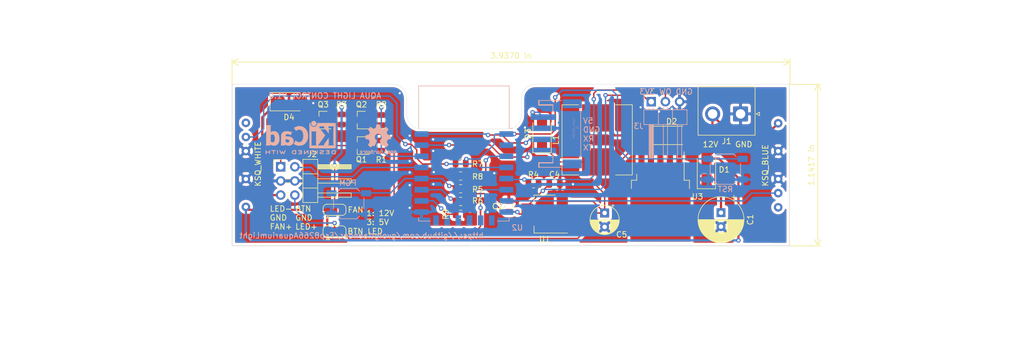
<source format=kicad_pcb>
(kicad_pcb (version 20171130) (host pcbnew 5.1.9+dfsg1-1)
  (layers (0 F.Cu signal) (31 B.Cu signal) (34 B.Paste user) (35 F.Paste user) (36 B.SilkS user) (37 F.SilkS user) (38 B.Mask user) (39 F.Mask user) (44 Edge.Cuts user))
  (net 0 "")
  (net 1 GND)
  (net 2 /3V3)
  (net 3 /5V)
  (net 4 /V12)
  (net 5 /VIN)
  (net 6 "Net-(D2-Pad1)")
  (net 7 /GPIO0)
  (net 8 /GPIO2)
  (net 9 /RST)
  (net 10 /EN)
  (net 11 /GPIO15)
  (net 12 /TX)
  (net 13 /RX)
  (net 14 /LED_W)
  (net 15 /BTN)
  (net 16 /LED_B)
  (net 17 "Net-(Q1-Pad1)")
  (net 18 "Net-(Q2-Pad1)")
  (net 19 /FAN+)
  (net 20 /BTN_LED-)
  (net 21 /ONEWIRE)
  (net 22 "Net-(Q2-Pad3)")
  (net 23 /BTN_LED)
  (net 24 /FAN)
  (net 25 "Net-(D3-Pad2)")
  (net 26 /BTN_LED+)
  (net 27 "Net-(JP1-Pad2)")
  (module Symbol:KiCad-Logo2_5mm_SilkScreen (layer B.Cu) (at 112.3 109.55 180)
    (fp_text reference REF** hide)
    (fp_text value KiCad-Logo2_5mm_SilkScreen hide)
  )
  (module Symbol:OSHW-Logo2_7.3x6mm_SilkScreen (layer B.Cu) (at 126.2 109.95 180)
    (fp_text reference REF** hide)
    (fp_text value OSHW-Logo2_7.3x6mm_SilkScreen hide)
  )
  (module kicad_parts:JST_NV_B02P-NV_1x02_P5.00mm_Vertical (layer F.Cu) (at 191.13 105.32 180)
    (fp_text reference J1 (at 2.5 -4.9) (layer F.SilkS))
    (fp_text value POWER)
    (pad 2 thru_hole circle (at 5 0 180) (size 2.7 2.7) (drill 1.7) (layers *.Cu *.Mask) (net 4 /V12))
    (pad 1 thru_hole roundrect (at 0 0 180) (size 2.7 2.7) (drill 1.7) (layers *.Cu *.Mask) (roundrect_rratio 0.09259296296296296) (net 1 GND))
  )
  (module Jumper:SolderJumper-3_P1.3mm_Open_RoundedPad1.0x1.5mm (layer F.Cu) (at 118.36 126.4)
    (fp_text reference JP2 hide)
    (fp_text value "BTN LED" (at 5.49 0) (layer F.SilkS))
    (pad 2 smd rect (at 0 0) (size 1 1.5) (layers F.Cu F.Mask) (net 26 /BTN_LED+))
    (pad 3 smd custom (at 1.3 0) (size 1 0.5) (layers F.Cu F.Mask) (net 3 /5V) (options (clearance outline) (anchor rect)) (primitives (gr_circle (center 0 0.25) (end 0.5 0.25) (width 0)) (gr_circle (center 0 -0.25) (end 0.5 -0.25) (width 0)) (gr_poly (pts (xy -0.55 -0.75) (xy 0 -0.75) (xy 0 0.75) (xy -0.55 0.75)) (width 0))))
    (pad 1 smd custom (at -1.3 0) (size 1 0.5) (layers F.Cu F.Mask) (net 4 /V12) (options (clearance outline) (anchor rect)) (primitives (gr_circle (center 0 0.25) (end 0.5 0.25) (width 0)) (gr_circle (center 0 -0.25) (end 0.5 -0.25) (width 0)) (gr_poly (pts (xy 0.55 -0.75) (xy 0 -0.75) (xy 0 0.75) (xy 0.55 0.75)) (width 0))))
  )
  (module Jumper:SolderJumper-3_P1.3mm_Open_RoundedPad1.0x1.5mm (layer F.Cu) (at 118.36 122.53)
    (fp_text reference JP1 hide)
    (fp_text value FAN (at 3.78 0.01) (layer F.SilkS))
    (pad 2 smd rect (at 0 0) (size 1 1.5) (layers F.Cu F.Mask) (net 27 "Net-(JP1-Pad2)"))
    (pad 3 smd custom (at 1.3 0) (size 1 0.5) (layers F.Cu F.Mask) (net 3 /5V) (options (clearance outline) (anchor rect)) (primitives (gr_circle (center 0 0.25) (end 0.5 0.25) (width 0)) (gr_circle (center 0 -0.25) (end 0.5 -0.25) (width 0)) (gr_poly (pts (xy -0.55 -0.75) (xy 0 -0.75) (xy 0 0.75) (xy -0.55 0.75)) (width 0))))
    (pad 1 smd custom (at -1.3 0) (size 1 0.5) (layers F.Cu F.Mask) (net 4 /V12) (options (clearance outline) (anchor rect)) (primitives (gr_circle (center 0 0.25) (end 0.5 0.25) (width 0)) (gr_circle (center 0 -0.25) (end 0.5 -0.25) (width 0)) (gr_poly (pts (xy 0.55 -0.75) (xy 0 -0.75) (xy 0 0.75) (xy 0.55 0.75)) (width 0))))
  )
  (module kicad_parts:L_12x12mm_Flexible_H8mm (layer F.Cu) (at 165.43 109.98 90)
    (fp_text reference L1 (at 0 -7.4 90) (layer F.SilkS))
    (fp_text value 33uH)
    (pad 2 smd rect (at 3.95 0 90) (size 4.9 5.4) (layers F.Cu F.Paste F.Mask) (net 6 "Net-(D2-Pad1)"))
    (pad 1 smd rect (at -3.95 0 90) (size 4.9 5.4) (layers F.Cu F.Paste F.Mask) (net 3 /5V))
  )
  (module Capacitor_THT:CP_Radial_D8.0mm_P2.50mm (layer F.Cu) (at 187.63 123.05 270)
    (fp_text reference C1 (at 1.25 -5.25 90) (layer F.SilkS))
    (fp_text value 680uF)
    (pad 2 thru_hole circle (at 2.5 0 270) (size 1.6 1.6) (drill 0.8) (layers *.Cu *.Mask) (net 1 GND))
    (pad 1 thru_hole rect (at 0 0 270) (size 1.6 1.6) (drill 0.8) (layers *.Cu *.Mask) (net 5 /VIN))
  )
  (module Connector_PinHeader_2.54mm:PinHeader_1x03_P2.54mm_Horizontal (layer B.Cu) (at 175.13 103.124 270)
    (fp_text reference J3 (at 4.385 2.27 180) (layer B.SilkS) (effects (justify mirror)))
    (fp_text value Conn_01x03)
    (pad 3 thru_hole oval (at 0 -5.08 270) (size 1.7 1.7) (drill 1) (layers *.Cu *.Mask) (net 1 GND))
    (pad 2 thru_hole oval (at 0 -2.54 270) (size 1.7 1.7) (drill 1) (layers *.Cu *.Mask) (net 21 /ONEWIRE))
    (pad 1 thru_hole rect (at 0 0 270) (size 1.7 1.7) (drill 1) (layers *.Cu *.Mask) (net 2 /3V3))
  )
  (module Connector_PinHeader_2.54mm:PinHeader_2x03_P2.54mm_Horizontal (layer F.Cu) (at 108.712 114.808)
    (fp_text reference J2 (at 5.655 -2.27) (layer F.SilkS))
    (fp_text value Conn_02x03_Odd_Even)
    (pad 6 thru_hole oval (at 2.54 5.08) (size 1.7 1.7) (drill 1) (layers *.Cu *.Mask) (net 26 /BTN_LED+))
    (pad 5 thru_hole oval (at 0 5.08) (size 1.7 1.7) (drill 1) (layers *.Cu *.Mask) (net 19 /FAN+))
    (pad 4 thru_hole oval (at 2.54 2.54) (size 1.7 1.7) (drill 1) (layers *.Cu *.Mask) (net 1 GND))
    (pad 3 thru_hole oval (at 0 2.54) (size 1.7 1.7) (drill 1) (layers *.Cu *.Mask) (net 1 GND))
    (pad 2 thru_hole oval (at 2.54 0) (size 1.7 1.7) (drill 1) (layers *.Cu *.Mask) (net 15 /BTN))
    (pad 1 thru_hole rect (at 0 0) (size 1.7 1.7) (drill 1) (layers *.Cu *.Mask) (net 20 /BTN_LED-))
  )
  (module Resistor_SMD:R_0805_2012Metric (layer F.Cu) (at 119.634 106.3225 90)
    (fp_text reference R3 (at 2.6905 0 180) (layer F.SilkS))
    (fp_text value 10k)
    (pad 2 smd roundrect (at 0.9125 0 90) (size 1.025 1.4) (layers F.Cu F.Paste F.Mask) (roundrect_rratio 0.2439014634146341) (net 27 "Net-(JP1-Pad2)"))
    (pad 1 smd roundrect (at -0.9125 0 90) (size 1.025 1.4) (layers F.Cu F.Paste F.Mask) (roundrect_rratio 0.2439014634146341) (net 22 "Net-(Q2-Pad3)"))
  )
  (module Resistor_SMD:R_0805_2012Metric (layer F.Cu) (at 154.0275 117.856)
    (fp_text reference R4 (at 0 -1.65) (layer F.SilkS))
    (fp_text value 4k7)
    (pad 2 smd roundrect (at 0.9125 0) (size 1.025 1.4) (layers F.Cu F.Paste F.Mask) (roundrect_rratio 0.2439014634146341) (net 2 /3V3))
    (pad 1 smd roundrect (at -0.9125 0) (size 1.025 1.4) (layers F.Cu F.Paste F.Mask) (roundrect_rratio 0.2439014634146341) (net 21 /ONEWIRE))
  )
  (module Diode_SMD:D_SMA (layer F.Cu) (at 110.204 103.124)
    (fp_text reference D4 (at 0 2.794) (layer F.SilkS))
    (fp_text value 1N5819)
    (pad 2 smd rect (at 2 0) (size 2.5 1.8) (layers F.Cu F.Paste F.Mask) (net 1 GND))
    (pad 1 smd rect (at -2 0) (size 2.5 1.8) (layers F.Cu F.Paste F.Mask) (net 19 /FAN+))
  )
  (module Package_TO_SOT_SMD:SOT-23 (layer F.Cu) (at 116.332 106.426 180)
    (fp_text reference Q3 (at 0 2.794) (layer F.SilkS))
    (fp_text value AO3401A)
    (pad 3 smd rect (at 1 0 180) (size 0.9 0.8) (layers F.Cu F.Paste F.Mask) (net 19 /FAN+))
    (pad 2 smd rect (at -1 0.95 180) (size 0.9 0.8) (layers F.Cu F.Paste F.Mask) (net 27 "Net-(JP1-Pad2)"))
    (pad 1 smd rect (at -1 -0.95 180) (size 0.9 0.8) (layers F.Cu F.Paste F.Mask) (net 22 "Net-(Q2-Pad3)"))
  )
  (module Package_TO_SOT_SMD:TO-263-5_TabPin3 (layer F.Cu) (at 176.775 120.175 270)
    (fp_text reference U3 (at 0 -6.65 180) (layer F.SilkS))
    (fp_text value LM2576S-5)
    (pad 3 smd rect (at 3.375 0 270) (size 9.4 10.8) (layers F.Cu F.Mask) (net 1 GND))
    (pad 5 smd rect (at -5.775 3.4 270) (size 4.6 1.1) (layers F.Cu F.Paste F.Mask) (net 1 GND))
    (pad 4 smd rect (at -5.775 1.7 270) (size 4.6 1.1) (layers F.Cu F.Paste F.Mask) (net 3 /5V))
    (pad 3 smd rect (at -5.775 0 270) (size 4.6 1.1) (layers F.Cu F.Paste F.Mask) (net 1 GND))
    (pad 2 smd rect (at -5.775 -1.7 270) (size 4.6 1.1) (layers F.Cu F.Paste F.Mask) (net 6 "Net-(D2-Pad1)"))
    (pad 1 smd rect (at -5.775 -3.4 270) (size 4.6 1.1) (layers F.Cu F.Paste F.Mask) (net 5 /VIN))
  )
  (module Resistor_SMD:R_0805_2012Metric (layer F.Cu) (at 126.746 106.426 90)
    (fp_text reference R2 (at 2.794 0 180) (layer F.SilkS))
    (fp_text value 10k)
    (pad 2 smd roundrect (at 0.9125 0 90) (size 1.025 1.4) (layers F.Cu F.Paste F.Mask) (roundrect_rratio 0.2439014634146341) (net 24 /FAN))
    (pad 1 smd roundrect (at -0.9125 0 90) (size 1.025 1.4) (layers F.Cu F.Paste F.Mask) (roundrect_rratio 0.2439014634146341) (net 18 "Net-(Q2-Pad1)"))
  )
  (module Resistor_SMD:R_0805_2012Metric (layer F.Cu) (at 126.746 110.998 90)
    (fp_text reference R1 (at -2.54 0 180) (layer F.SilkS))
    (fp_text value 10k)
    (pad 2 smd roundrect (at 0.9125 0 90) (size 1.025 1.4) (layers F.Cu F.Paste F.Mask) (roundrect_rratio 0.2439014634146341) (net 23 /BTN_LED))
    (pad 1 smd roundrect (at -0.9125 0 90) (size 1.025 1.4) (layers F.Cu F.Paste F.Mask) (roundrect_rratio 0.2439014634146341) (net 17 "Net-(Q1-Pad1)"))
  )
  (module Package_TO_SOT_SMD:SOT-23 (layer F.Cu) (at 123.19 106.426 180)
    (fp_text reference Q2 (at 0 2.794) (layer F.SilkS))
    (fp_text value S8050)
    (pad 3 smd rect (at 1 0 180) (size 0.9 0.8) (layers F.Cu F.Paste F.Mask) (net 22 "Net-(Q2-Pad3)"))
    (pad 2 smd rect (at -1 0.95 180) (size 0.9 0.8) (layers F.Cu F.Paste F.Mask) (net 1 GND))
    (pad 1 smd rect (at -1 -0.95 180) (size 0.9 0.8) (layers F.Cu F.Paste F.Mask) (net 18 "Net-(Q2-Pad1)"))
  )
  (module Package_TO_SOT_SMD:SOT-23 (layer F.Cu) (at 123.19 110.998 180)
    (fp_text reference Q1 (at 0 -2.5) (layer F.SilkS))
    (fp_text value S8050)
    (pad 3 smd rect (at 1 0 180) (size 0.9 0.8) (layers F.Cu F.Paste F.Mask) (net 20 /BTN_LED-))
    (pad 2 smd rect (at -1 0.95 180) (size 0.9 0.8) (layers F.Cu F.Paste F.Mask) (net 1 GND))
    (pad 1 smd rect (at -1 -0.95 180) (size 0.9 0.8) (layers F.Cu F.Paste F.Mask) (net 17 "Net-(Q1-Pad1)"))
  )
  (module kicad_parts:KSQ_1000mA (layer F.Cu) (at 218.625 114.5)
    (fp_text reference U5 hide)
    (fp_text value KSQ_BLUE (at -23.045 0.054 270) (layer F.SilkS))
    (pad 5 thru_hole circle (at -20.75 7.58 90) (size 1.524 1.524) (drill 0.762) (layers *.Cu *.Mask))
    (pad 4 thru_hole circle (at -20.75 5.04 90) (size 1.524 1.524) (drill 0.762) (layers *.Cu *.Mask) (net 16 /LED_B))
    (pad 3 thru_hole circle (at -20.75 2.5 90) (size 1.524 1.524) (drill 0.762) (layers *.Cu *.Mask) (net 1 GND))
    (pad 2 thru_hole circle (at -20.75 -2.5 90) (size 1.524 1.524) (drill 0.762) (layers *.Cu *.Mask) (net 1 GND))
    (pad 1 thru_hole circle (at -20.75 -7.5 90) (size 1.524 1.524) (drill 0.762) (layers *.Cu *.Mask) (net 4 /V12))
  )
  (module kicad_parts:KSQ_1000mA (layer F.Cu) (at 81.725 114.5 180)
    (fp_text reference U4 hide)
    (fp_text value KSQ_WHITE (at -22.923 0.2 90) (layer F.SilkS))
    (pad 5 thru_hole circle (at -20.75 7.58 270) (size 1.524 1.524) (drill 0.762) (layers *.Cu *.Mask))
    (pad 4 thru_hole circle (at -20.75 5.04 270) (size 1.524 1.524) (drill 0.762) (layers *.Cu *.Mask) (net 14 /LED_W))
    (pad 3 thru_hole circle (at -20.75 2.5 270) (size 1.524 1.524) (drill 0.762) (layers *.Cu *.Mask) (net 1 GND))
    (pad 2 thru_hole circle (at -20.75 -2.5 270) (size 1.524 1.524) (drill 0.762) (layers *.Cu *.Mask) (net 1 GND))
    (pad 1 thru_hole circle (at -20.75 -7.5 270) (size 1.524 1.524) (drill 0.762) (layers *.Cu *.Mask) (net 4 /V12))
  )
  (module RF_Module:ESP-12E (layer B.Cu) (at 141.55 112.425 180)
    (fp_text reference U2 (at -9.58 -13.305) (layer B.SilkS) (effects (justify mirror)))
    (fp_text value ESP-12F)
    (pad 22 smd rect (at 7.6 3.5 180) (size 2.5 1) (layers B.Cu B.Paste B.Mask) (net 13 /RX))
    (pad 21 smd rect (at 7.6 1.5 180) (size 2.5 1) (layers B.Cu B.Paste B.Mask) (net 12 /TX))
    (pad 20 smd rect (at 7.6 -0.5 180) (size 2.5 1) (layers B.Cu B.Paste B.Mask) (net 24 /FAN))
    (pad 19 smd rect (at 7.6 -2.5 180) (size 2.5 1) (layers B.Cu B.Paste B.Mask) (net 15 /BTN))
    (pad 18 smd rect (at 7.6 -4.5 180) (size 2.5 1) (layers B.Cu B.Paste B.Mask) (net 7 /GPIO0))
    (pad 17 smd rect (at 7.6 -6.5 180) (size 2.5 1) (layers B.Cu B.Paste B.Mask) (net 8 /GPIO2))
    (pad 16 smd rect (at 7.6 -8.5 180) (size 2.5 1) (layers B.Cu B.Paste B.Mask) (net 11 /GPIO15))
    (pad 15 smd rect (at 7.6 -10.5 180) (size 2.5 1) (layers B.Cu B.Paste B.Mask) (net 1 GND))
    (pad 14 smd rect (at 5 -12 180) (size 1 1.8) (layers B.Cu B.Paste B.Mask))
    (pad 13 smd rect (at 3 -12 180) (size 1 1.8) (layers B.Cu B.Paste B.Mask))
    (pad 12 smd rect (at 1 -12 180) (size 1 1.8) (layers B.Cu B.Paste B.Mask))
    (pad 11 smd rect (at -1 -12 180) (size 1 1.8) (layers B.Cu B.Paste B.Mask))
    (pad 10 smd rect (at -3 -12 180) (size 1 1.8) (layers B.Cu B.Paste B.Mask))
    (pad 9 smd rect (at -5 -12 180) (size 1 1.8) (layers B.Cu B.Paste B.Mask))
    (pad 8 smd rect (at -7.6 -10.5 180) (size 2.5 1) (layers B.Cu B.Paste B.Mask) (net 2 /3V3))
    (pad 7 smd rect (at -7.6 -8.5 180) (size 2.5 1) (layers B.Cu B.Paste B.Mask) (net 16 /LED_B))
    (pad 6 smd rect (at -7.6 -6.5 180) (size 2.5 1) (layers B.Cu B.Paste B.Mask) (net 23 /BTN_LED))
    (pad 5 smd rect (at -7.6 -4.5 180) (size 2.5 1) (layers B.Cu B.Paste B.Mask) (net 21 /ONEWIRE))
    (pad 4 smd rect (at -7.6 -2.5 180) (size 2.5 1) (layers B.Cu B.Paste B.Mask) (net 14 /LED_W))
    (pad 3 smd rect (at -7.6 -0.5 180) (size 2.5 1) (layers B.Cu B.Paste B.Mask) (net 10 /EN))
    (pad 2 smd rect (at -7.6 1.5 180) (size 2.5 1) (layers B.Cu B.Paste B.Mask))
    (pad 1 smd rect (at -7.6 3.5 180) (size 2.5 1) (layers B.Cu B.Paste B.Mask) (net 9 /RST))
  )
  (module Package_TO_SOT_SMD:SOT-223-3_TabPin2 (layer F.Cu) (at 156.03 123.29 180)
    (fp_text reference U1 (at 0 -4.5) (layer F.SilkS))
    (fp_text value AMS1117-3.3)
    (pad 1 smd rect (at -3.15 -2.3 180) (size 2 1.5) (layers F.Cu F.Paste F.Mask) (net 1 GND))
    (pad 3 smd rect (at -3.15 2.3 180) (size 2 1.5) (layers F.Cu F.Paste F.Mask) (net 3 /5V))
    (pad 2 smd rect (at -3.15 0 180) (size 2 1.5) (layers F.Cu F.Paste F.Mask) (net 2 /3V3))
    (pad 2 smd rect (at 3.15 0 180) (size 2 3.8) (layers F.Cu F.Paste F.Mask) (net 2 /3V3))
  )
  (module kicad_parts:SW_SPST_SKQG_WithoutStem (layer B.Cu) (at 120.904 121.412 180)
    (fp_text reference SW3 hide)
    (fp_text value PGM (at 0.154 3.712) (layer B.SilkS) (effects (justify mirror)))
    (pad 2 smd rect (at 3.1 -1.85 180) (size 1.8 1.1) (layers B.Cu B.Paste B.Mask) (net 1 GND))
    (pad 2 smd rect (at -3.1 -1.85 180) (size 1.8 1.1) (layers B.Cu B.Paste B.Mask) (net 1 GND))
    (pad 1 smd rect (at 3.1 1.85 180) (size 1.8 1.1) (layers B.Cu B.Paste B.Mask) (net 7 /GPIO0))
    (pad 1 smd rect (at -3.1 1.85 180) (size 1.8 1.1) (layers B.Cu B.Paste B.Mask) (net 7 /GPIO0))
  )
  (module kicad_parts:SW_SPST_SKQG_WithoutStem (layer B.Cu) (at 188.42 115.23 180)
    (fp_text reference SW2 hide)
    (fp_text value RST (at 0 -3.6) (layer B.SilkS) (effects (justify mirror)))
    (pad 2 smd rect (at 3.1 -1.85 180) (size 1.8 1.1) (layers B.Cu B.Paste B.Mask) (net 1 GND))
    (pad 2 smd rect (at -3.1 -1.85 180) (size 1.8 1.1) (layers B.Cu B.Paste B.Mask) (net 1 GND))
    (pad 1 smd rect (at 3.1 1.85 180) (size 1.8 1.1) (layers B.Cu B.Paste B.Mask) (net 9 /RST))
    (pad 1 smd rect (at -3.1 1.85 180) (size 1.8 1.1) (layers B.Cu B.Paste B.Mask) (net 9 /RST))
  )
  (module Resistor_SMD:R_0805_2012Metric (layer F.Cu) (at 140.99 123.33)
    (fp_text reference R9 (at -2.6905 0 270) (layer F.SilkS))
    (fp_text value 10k)
    (pad 2 smd roundrect (at 0.9125 0) (size 1.025 1.4) (layers F.Cu F.Paste F.Mask) (roundrect_rratio 0.2439014634146341) (net 1 GND))
    (pad 1 smd roundrect (at -0.9125 0) (size 1.025 1.4) (layers F.Cu F.Paste F.Mask) (roundrect_rratio 0.2439014634146341) (net 11 /GPIO15))
  )
  (module Resistor_SMD:R_0805_2012Metric (layer F.Cu) (at 140.97 116.462 180)
    (fp_text reference R8 (at -3.048 -0.124) (layer F.SilkS))
    (fp_text value 10k)
    (pad 2 smd roundrect (at 0.9125 0 180) (size 1.025 1.4) (layers F.Cu F.Paste F.Mask) (roundrect_rratio 0.2439014634146341) (net 2 /3V3))
    (pad 1 smd roundrect (at -0.9125 0 180) (size 1.025 1.4) (layers F.Cu F.Paste F.Mask) (roundrect_rratio 0.2439014634146341) (net 10 /EN))
  )
  (module Resistor_SMD:R_0805_2012Metric (layer F.Cu) (at 140.97 114.176 180)
    (fp_text reference R7 (at -3.048 -0.124) (layer F.SilkS))
    (fp_text value 10k)
    (pad 2 smd roundrect (at 0.9125 0 180) (size 1.025 1.4) (layers F.Cu F.Paste F.Mask) (roundrect_rratio 0.2439014634146341) (net 2 /3V3))
    (pad 1 smd roundrect (at -0.9125 0 180) (size 1.025 1.4) (layers F.Cu F.Paste F.Mask) (roundrect_rratio 0.2439014634146341) (net 9 /RST))
  )
  (module Resistor_SMD:R_0805_2012Metric (layer F.Cu) (at 140.97 121.034)
    (fp_text reference R6 (at 3.048 -0.13) (layer F.SilkS))
    (fp_text value 10k)
    (pad 2 smd roundrect (at 0.9125 0) (size 1.025 1.4) (layers F.Cu F.Paste F.Mask) (roundrect_rratio 0.2439014634146341) (net 2 /3V3))
    (pad 1 smd roundrect (at -0.9125 0) (size 1.025 1.4) (layers F.Cu F.Paste F.Mask) (roundrect_rratio 0.2439014634146341) (net 8 /GPIO2))
  )
  (module Resistor_SMD:R_0805_2012Metric (layer F.Cu) (at 140.97 118.748)
    (fp_text reference R5 (at 3.048 0.124) (layer F.SilkS))
    (fp_text value 10k)
    (pad 2 smd roundrect (at 0.9125 0) (size 1.025 1.4) (layers F.Cu F.Paste F.Mask) (roundrect_rratio 0.2439014634146341) (net 2 /3V3))
    (pad 1 smd roundrect (at -0.9125 0) (size 1.025 1.4) (layers F.Cu F.Paste F.Mask) (roundrect_rratio 0.2439014634146341) (net 7 /GPIO0))
  )
  (module kicad_parts:JSTPH4 (layer B.Cu) (at 158.48 108.89 90)
    (fp_text reference J4 (at 1.1844 3.4417 90) (layer B.SilkS) (effects (font (size 0.4064 0.4064) (thickness 0.0254)) (justify mirror)))
    (fp_text value Conn_01x04 (at 0.9812 2.7432 90) (layer B.SilkS) (effects (font (size 0.4064 0.4064) (thickness 0.0254)) (justify mirror)))
    (pad 4 smd rect (at 3 -2.69748 90) (size 0.99822 4.59994) (layers B.Cu B.Paste B.Mask) (net 25 "Net-(D3-Pad2)"))
    (pad 1 smd rect (at -2.99898 -2.69748 90) (size 0.99822 4.59994) (layers B.Cu B.Paste B.Mask) (net 12 /TX))
    (pad 2 smd rect (at -1 -2.69748 90) (size 0.99822 4.59994) (layers B.Cu B.Paste B.Mask) (net 13 /RX))
    (pad 3 smd rect (at 0.99898 -2.69748 90) (size 0.99822 4.59994) (layers B.Cu B.Paste B.Mask) (net 1 GND))
    (pad NC1 smd rect (at -5.39928 2.49936) (size 3.39852 1.59766) (layers B.Cu B.Paste B.Mask))
    (pad NC2 smd rect (at 5.39928 2.49936) (size 3.39852 1.59766) (layers B.Cu B.Paste B.Mask))
  )
  (module Diode_SMD:D_SMA (layer F.Cu) (at 155.55 108.89 90)
    (fp_text reference D3 (at 0 -2.5 90) (layer F.SilkS))
    (fp_text value 1N5819)
    (pad 2 smd rect (at 2 0 90) (size 2.5 1.8) (layers F.Cu F.Paste F.Mask) (net 25 "Net-(D3-Pad2)"))
    (pad 1 smd rect (at -2 0 90) (size 2.5 1.8) (layers F.Cu F.Paste F.Mask) (net 3 /5V))
  )
  (module Diode_SMD:D_SMA (layer F.Cu) (at 178.784 109.175)
    (fp_text reference D2 (at 0 -2.5) (layer F.SilkS))
    (fp_text value 1N5819)
    (pad 2 smd rect (at 2 0) (size 2.5 1.8) (layers F.Cu F.Paste F.Mask) (net 1 GND))
    (pad 1 smd rect (at -2 0) (size 2.5 1.8) (layers F.Cu F.Paste F.Mask) (net 6 "Net-(D2-Pad1)"))
  )
  (module Diode_SMD:D_SMA (layer F.Cu) (at 185.025 115.35 90)
    (fp_text reference D1 (at 0.034 3.189 180) (layer F.SilkS))
    (fp_text value 1N5819)
    (pad 2 smd rect (at 2 0 90) (size 2.5 1.8) (layers F.Cu F.Paste F.Mask) (net 4 /V12))
    (pad 1 smd rect (at -2 0 90) (size 2.5 1.8) (layers F.Cu F.Paste F.Mask) (net 5 /VIN))
  )
  (module Capacitor_THT:CP_Radial_D5.0mm_P2.50mm (layer F.Cu) (at 166.775 123.1 270)
    (fp_text reference C5 (at 3.88 -3.045 180) (layer F.SilkS))
    (fp_text value 220uF)
    (pad 2 thru_hole circle (at 2.5 0 270) (size 1.6 1.6) (drill 0.8) (layers *.Cu *.Mask) (net 1 GND))
    (pad 1 thru_hole rect (at 0 0 270) (size 1.6 1.6) (drill 0.8) (layers *.Cu *.Mask) (net 3 /5V))
  )
  (module Capacitor_SMD:C_0805_2012Metric (layer F.Cu) (at 157.8 117.856)
    (fp_text reference C4 (at 0 -1.68) (layer F.SilkS))
    (fp_text value 1uF)
    (pad 2 smd roundrect (at 0.95 0) (size 1 1.45) (layers F.Cu F.Paste F.Mask) (net 1 GND))
    (pad 1 smd roundrect (at -0.95 0) (size 1 1.45) (layers F.Cu F.Paste F.Mask) (net 2 /3V3))
  )
  (module Capacitor_SMD:C_0805_2012Metric (layer F.Cu) (at 149.606 121.92 90)
    (fp_text reference C2 (at 0 -2.032 180) (layer F.SilkS))
    (fp_text value 100nF)
    (pad 2 smd roundrect (at 0.95 0 90) (size 1 1.45) (layers F.Cu F.Paste F.Mask) (net 1 GND))
    (pad 1 smd roundrect (at -0.95 0 90) (size 1 1.45) (layers F.Cu F.Paste F.Mask) (net 2 /3V3))
  )
  (gr_text "1: 12V\n3: 5V" (at 124 123.94) (layer F.SilkS) (effects (font (size 1 1)) (justify left)))
  (gr_text "12V    GND" (at 188.8 110.79) (layer F.SilkS) (effects (font (size 1 1))))
  (gr_line (start 100 129) (end 163.522 128.972) (layer Edge.Cuts) (width 0.1))
  (gr_line (start 100 100) (end 100 129) (layer Edge.Cuts) (width 0.1))
  (gr_line (start 163.522 128.972) (end 199.9 129) (layer Edge.Cuts) (width 0.1))
  (dimension 100 (width 0.15) (layer F.SilkS) (gr_text "100.000 mm" (at 150 94.712) (layer F.SilkS) (effects (font (size 1 1) (thickness 0.15)))) (feature1 (pts (xy 200 100) (xy 200 95.425579))) (feature2 (pts (xy 100 100) (xy 100 95.425579))) (crossbar (pts (xy 100 96.012) (xy 200 96.012))) (arrow1a (pts (xy 200 96.012) (xy 198.873496 96.598421))) (arrow1b (pts (xy 200 96.012) (xy 198.873496 95.425579))) (arrow2a (pts (xy 100 96.012) (xy 101.126504 96.598421))) (arrow2b (pts (xy 100 96.012) (xy 101.126504 95.425579))))
  (dimension 29 (width 0.15) (layer F.SilkS) (gr_text "29.000 mm" (at 206.278 114.5 -90) (layer F.SilkS) (effects (font (size 1 1) (thickness 0.15)))) (feature1 (pts (xy 200 129) (xy 205.564421 129))) (feature2 (pts (xy 200 100) (xy 205.564421 100))) (crossbar (pts (xy 204.978 100) (xy 204.978 129))) (arrow1a (pts (xy 204.978 129) (xy 204.391579 127.873496))) (arrow1b (pts (xy 204.978 129) (xy 205.564421 127.873496))) (arrow2a (pts (xy 204.978 100) (xy 204.391579 101.126504))) (arrow2b (pts (xy 204.978 100) (xy 205.564421 101.126504))))
  (gr_text "5V\nGND\nRX\nTX" (at 162.814 108.966) (layer B.SilkS) (effects (font (size 1 1)) (justify right mirror)))
  (gr_text "GND OW 3V3" (at 177.8 101.346) (layer B.SilkS) (effects (font (size 1 1)) (justify mirror)))
  (gr_text https://github.com/gvoigtlaender/Esp8266AquariumLight (at 123.2 127.15) (layer B.SilkS) (effects (font (size 1 1)) (justify mirror)))
  (gr_text "AQUA LIGHT CONTROL V1.0" (at 116.65 102.05) (layer B.SilkS) (effects (font (size 1 1)) (justify mirror)))
  (gr_text "BTN\nGND\nLED+" (at 111.252 123.952) (layer F.SilkS) (effects (font (size 1 1)) (justify left)))
  (gr_text "LED-\nGND\nFAN+" (at 106.68 123.952) (layer F.SilkS) (effects (font (size 1 1)) (justify left)))
  (gr_line (start 128.818 100) (end 100 100) (layer Edge.Cuts) (width 0.05))
  (gr_line (start 154.352 100) (end 199.9 100) (layer Edge.Cuts) (width 0.05))
  (gr_line (start 151.852 105.5) (end 151.852 102.5) (layer Edge.Cuts) (width 0.05))
  (gr_line (start 133.818 108) (end 149.352 108) (layer Edge.Cuts) (width 0.05))
  (gr_line (start 131.318 102.5) (end 131.318 105.5) (layer Edge.Cuts) (width 0.05))
  (gr_arc (start 154.352 102.5) (end 154.352 100) (angle -90) (layer Edge.Cuts) (width 0.05))
  (gr_arc (start 149.352 105.5) (end 149.352 108) (angle -90) (layer Edge.Cuts) (width 0.05))
  (gr_arc (start 133.818 105.5) (end 131.318 105.5) (angle -90) (layer Edge.Cuts) (width 0.05))
  (gr_arc (start 128.818 102.5) (end 131.318 102.5) (angle -90) (layer Edge.Cuts) (width 0.05))
  (gr_line (start 199.9 100) (end 199.9 129) (layer Edge.Cuts) (width 0.1))
  (via (at 128.524 109.22) (size 0.8) (drill 0.4) (layers F.Cu B.Cu) (net 1))
  (via (at 130.048 101.6) (size 0.8) (drill 0.4) (layers F.Cu B.Cu) (net 1))
  (via (at 114.554 103.378) (size 0.8) (drill 0.4) (layers F.Cu B.Cu) (net 1))
  (via (at 136.05 111.96) (size 0.8) (drill 0.4) (layers F.Cu B.Cu) (net 1))
  (via (at 147 115.96) (size 0.8) (drill 0.4) (layers F.Cu B.Cu) (net 1))
  (via (at 136.15 115.76) (size 0.8) (drill 0.4) (layers F.Cu B.Cu) (net 1))
  (via (at 136.08 117.92) (size 0.8) (drill 0.4) (layers F.Cu B.Cu) (net 1))
  (via (at 136.03 109.89) (size 0.8) (drill 0.4) (layers F.Cu B.Cu) (net 1))
  (via (at 145.796 122.936) (size 0.8) (drill 0.4) (layers F.Cu B.Cu) (net 1))
  (via (at 173.228 104.14) (size 0.8) (drill 0.4) (layers F.Cu B.Cu) (net 1))
  (via (at 178.816 104.394) (size 0.8) (drill 0.4) (layers F.Cu B.Cu) (net 1))
  (via (at 131.826 109.22) (size 0.8) (drill 0.4) (layers F.Cu B.Cu) (net 1))
  (via (at 131.826 111.76) (size 0.8) (drill 0.4) (layers F.Cu B.Cu) (net 1))
  (via (at 131.826 113.792) (size 0.8) (drill 0.4) (layers F.Cu B.Cu) (net 1))
  (via (at 131.826 115.824) (size 0.8) (drill 0.4) (layers F.Cu B.Cu) (net 1))
  (via (at 131.826 118.11) (size 0.8) (drill 0.4) (layers F.Cu B.Cu) (net 1))
  (via (at 131.826 122.174) (size 0.8) (drill 0.4) (layers F.Cu B.Cu) (net 1))
  (via (at 176.53 104.902) (size 0.8) (drill 0.4) (layers F.Cu B.Cu) (net 1))
  (via (at 152.49 107.76) (size 0.8) (drill 0.4) (layers F.Cu B.Cu) (net 1))
  (via (at 161.1 117.94) (size 0.8) (drill 0.4) (layers F.Cu B.Cu) (net 1))
  (segment (start 149.175 122.95) (end 149.15 122.925) (width 0.25) (layer B.Cu) (net 2))
  (segment (start 141.8825 121.034) (end 141.8825 118.748) (width 0.25) (layer F.Cu) (net 2))
  (segment (start 141.8825 118.748) (end 141.8825 118.3905) (width 0.25) (layer F.Cu) (net 2))
  (segment (start 140.0575 116.5655) (end 140.0575 116.462) (width 0.25) (layer F.Cu) (net 2))
  (segment (start 141.8825 118.3905) (end 140.0575 116.5655) (width 0.25) (layer F.Cu) (net 2))
  (segment (start 140.0575 116.462) (end 140.0575 114.176) (width 0.25) (layer F.Cu) (net 2))
  (via (at 151.13 122.936) (size 0.8) (drill 0.4) (layers F.Cu B.Cu) (net 2))
  (segment (start 151.494 123.3) (end 151.13 122.936) (width 0.25) (layer F.Cu) (net 2))
  (segment (start 149.161 122.936) (end 149.15 122.925) (width 0.25) (layer B.Cu) (net 2))
  (segment (start 151.13 122.936) (end 149.161 122.936) (width 0.25) (layer B.Cu) (net 2))
  (segment (start 156.85 117.856) (end 154.94 117.856) (width 0.25) (layer F.Cu) (net 2))
  (via (at 155.702 119.126) (size 0.8) (drill 0.4) (layers F.Cu B.Cu) (net 2))
  (segment (start 149.606 122.87) (end 148.524 122.87) (width 0.25) (layer F.Cu) (net 2))
  (segment (start 145.288 119.634) (end 141.8825 119.634) (width 0.25) (layer F.Cu) (net 2))
  (segment (start 148.524 122.87) (end 145.288 119.634) (width 0.25) (layer F.Cu) (net 2))
  (segment (start 151.064 122.87) (end 151.13 122.936) (width 0.25) (layer F.Cu) (net 2))
  (segment (start 149.606 122.87) (end 151.064 122.87) (width 0.25) (layer F.Cu) (net 2))
  (via (at 166.94 101.97) (size 0.8) (drill 0.4) (layers F.Cu B.Cu) (net 2))
  (segment (start 166.95 101.98) (end 166.94 101.97) (width 0.25) (layer F.Cu) (net 2))
  (segment (start 166.94 118) (end 166.94 101.97) (width 0.25) (layer B.Cu) (net 2))
  (segment (start 166.068 118.872) (end 166.94 118) (width 0.25) (layer B.Cu) (net 2))
  (segment (start 155.956 118.872) (end 166.068 118.872) (width 0.25) (layer B.Cu) (net 2))
  (segment (start 155.702 119.126) (end 155.956 118.872) (width 0.25) (layer B.Cu) (net 2))
  (segment (start 175.13 103.124) (end 174.752 103.124) (width 0.25) (layer F.Cu) (net 2))
  (segment (start 173.598 101.97) (end 166.94 101.97) (width 0.25) (layer F.Cu) (net 2))
  (segment (start 174.752 103.124) (end 173.598 101.97) (width 0.25) (layer F.Cu) (net 2))
  (segment (start 159.18 123.29) (end 152.88 123.29) (width 0.25) (layer F.Cu) (net 2))
  (segment (start 151.504 123.29) (end 151.494 123.3) (width 0.25) (layer F.Cu) (net 2))
  (segment (start 152.88 123.29) (end 151.504 123.29) (width 0.25) (layer F.Cu) (net 2))
  (segment (start 152.88 121.895) (end 154.9225 119.8525) (width 0.25) (layer F.Cu) (net 2))
  (segment (start 152.88 123.29) (end 152.88 121.895) (width 0.25) (layer F.Cu) (net 2))
  (segment (start 154.9225 119.8525) (end 156.8 117.975) (width 0.25) (layer F.Cu) (net 2))
  (segment (start 154.725 120.05) (end 154.9225 119.8525) (width 0.25) (layer F.Cu) (net 2))
  (segment (start 166.825 123.05) (end 166.775 123.1) (width 0.25) (layer F.Cu) (net 3))
  (segment (start 175.075 111.6) (end 175.075 114.4) (width 0.25) (layer F.Cu) (net 3))
  (segment (start 171.95 111.425) (end 174.9 111.425) (width 0.25) (layer F.Cu) (net 3))
  (segment (start 169.445 113.93) (end 171.95 111.425) (width 0.25) (layer F.Cu) (net 3))
  (segment (start 174.9 111.425) (end 175.075 111.6) (width 0.25) (layer F.Cu) (net 3))
  (segment (start 165.43 113.93) (end 169.445 113.93) (width 0.25) (layer F.Cu) (net 3))
  (segment (start 165.43 113.93) (end 165.43 118.34) (width 0.25) (layer F.Cu) (net 3))
  (segment (start 166.775 119.685) (end 166.775 123.1) (width 0.25) (layer F.Cu) (net 3))
  (segment (start 165.43 118.34) (end 166.775 119.685) (width 0.25) (layer F.Cu) (net 3))
  (segment (start 164.665 120.99) (end 166.775 123.1) (width 0.25) (layer F.Cu) (net 3))
  (segment (start 159.18 120.99) (end 164.665 120.99) (width 0.25) (layer F.Cu) (net 3))
  (segment (start 155.55 110.89) (end 155.6 110.89) (width 0.25) (layer F.Cu) (net 3))
  (segment (start 158.64 113.93) (end 165.43 113.93) (width 0.25) (layer F.Cu) (net 3))
  (segment (start 155.6 110.89) (end 158.64 113.93) (width 0.25) (layer F.Cu) (net 3))
  (segment (start 119.66 125.75) (end 119.66 122.53) (width 0.25) (layer F.Cu) (net 3))
  (segment (start 120.92 127.66) (end 119.66 126.4) (width 0.25) (layer F.Cu) (net 3))
  (segment (start 161.97 127.66) (end 120.92 127.66) (width 0.25) (layer F.Cu) (net 3))
  (segment (start 162.86 126.77) (end 161.97 127.66) (width 0.25) (layer F.Cu) (net 3))
  (segment (start 162.86 125.54) (end 162.86 126.77) (width 0.25) (layer F.Cu) (net 3))
  (segment (start 165.3 123.1) (end 162.86 125.54) (width 0.25) (layer F.Cu) (net 3))
  (segment (start 166.775 123.1) (end 165.3 123.1) (width 0.25) (layer F.Cu) (net 3))
  (segment (start 186.1 112.275) (end 185.025 113.35) (width 0.4) (layer F.Cu) (net 4))
  (segment (start 186.1 104.8) (end 186.1 112.275) (width 0.4) (layer F.Cu) (net 4))
  (segment (start 186.1 104.8) (end 186.1 105.582) (width 0.4) (layer F.Cu) (net 4))
  (segment (start 186.1 105.582) (end 189.992 109.474) (width 0.4) (layer F.Cu) (net 4))
  (segment (start 195.401 109.474) (end 197.875 107) (width 0.4) (layer F.Cu) (net 4))
  (segment (start 189.992 109.474) (end 195.401 109.474) (width 0.4) (layer F.Cu) (net 4))
  (segment (start 185.025 113.35) (end 187.264 113.35) (width 0.4) (layer F.Cu) (net 4))
  (via (at 190.754 128.016) (size 0.8) (drill 0.4) (layers F.Cu B.Cu) (net 4))
  (segment (start 190.754 116.84) (end 190.754 128.016) (width 0.4) (layer F.Cu) (net 4))
  (segment (start 187.264 113.35) (end 190.754 116.84) (width 0.4) (layer F.Cu) (net 4))
  (segment (start 190.754 128.016) (end 103.378 128.016) (width 0.4) (layer B.Cu) (net 4))
  (segment (start 102.475 127.113) (end 102.475 122) (width 0.4) (layer B.Cu) (net 4))
  (segment (start 103.378 128.016) (end 102.475 127.113) (width 0.4) (layer B.Cu) (net 4))
  (segment (start 117.06 125.75) (end 117.06 122.53) (width 0.4) (layer F.Cu) (net 4))
  (segment (start 103.005 122.53) (end 102.475 122) (width 0.4) (layer F.Cu) (net 4))
  (segment (start 117.06 122.53) (end 103.005 122.53) (width 0.4) (layer F.Cu) (net 4))
  (segment (start 185.025 117.35) (end 184.375 117.35) (width 0.4) (layer F.Cu) (net 5))
  (segment (start 181.425 114.4) (end 180.175 114.4) (width 0.4) (layer F.Cu) (net 5))
  (segment (start 184.375 117.35) (end 181.425 114.4) (width 0.4) (layer F.Cu) (net 5))
  (segment (start 187.63 119.955) (end 185.025 117.35) (width 0.4) (layer F.Cu) (net 5))
  (segment (start 187.63 123.05) (end 187.63 119.955) (width 0.4) (layer F.Cu) (net 5))
  (segment (start 168.575 109.175) (end 165.43 106.03) (width 0.4) (layer F.Cu) (net 6))
  (segment (start 176.35 109.175) (end 168.575 109.175) (width 0.4) (layer F.Cu) (net 6))
  (segment (start 176.35 109.4) (end 176.35 109.175) (width 0.4) (layer F.Cu) (net 6))
  (segment (start 178.475 111.525) (end 176.35 109.4) (width 0.4) (layer F.Cu) (net 6))
  (segment (start 178.475 114.4) (end 178.475 111.525) (width 0.4) (layer F.Cu) (net 6))
  (segment (start 134.035 116.84) (end 133.95 116.925) (width 0.25) (layer B.Cu) (net 7))
  (segment (start 123.45 119.5) (end 128.404 119.5) (width 0.25) (layer B.Cu) (net 7))
  (segment (start 130.979 116.925) (end 133.95 116.925) (width 0.25) (layer B.Cu) (net 7))
  (segment (start 128.404 119.5) (end 130.979 116.925) (width 0.25) (layer B.Cu) (net 7))
  (segment (start 117.25 119.5) (end 123.45 119.5) (width 0.25) (layer B.Cu) (net 7))
  (via (at 138.93 118.25) (size 0.8) (drill 0.4) (layers F.Cu B.Cu) (net 7))
  (segment (start 139.5495 118.24) (end 140.0575 118.748) (width 0.25) (layer F.Cu) (net 7))
  (segment (start 138.938 118.24) (end 139.5495 118.24) (width 0.25) (layer F.Cu) (net 7))
  (segment (start 137.605 116.925) (end 133.95 116.925) (width 0.25) (layer B.Cu) (net 7))
  (segment (start 138.93 118.25) (end 137.605 116.925) (width 0.25) (layer B.Cu) (net 7))
  (segment (start 134.003 118.872) (end 133.95 118.925) (width 0.25) (layer B.Cu) (net 8))
  (segment (start 139.5495 120.526) (end 140.0575 121.034) (width 0.25) (layer F.Cu) (net 8))
  (segment (start 139.192 120.526) (end 139.5495 120.526) (width 0.25) (layer F.Cu) (net 8))
  (via (at 139.192 120.526) (size 0.8) (drill 0.4) (layers F.Cu B.Cu) (net 8))
  (segment (start 137.591 118.925) (end 133.95 118.925) (width 0.25) (layer B.Cu) (net 8))
  (segment (start 139.192 120.526) (end 137.591 118.925) (width 0.25) (layer B.Cu) (net 8))
  (segment (start 149.109 108.966) (end 149.15 108.925) (width 0.25) (layer B.Cu) (net 9))
  (segment (start 142.24 113.8185) (end 141.8825 114.176) (width 0.25) (layer F.Cu) (net 9))
  (via (at 141.986 113.414) (size 0.8) (drill 0.4) (layers F.Cu B.Cu) (net 9))
  (segment (start 141.8825 113.5175) (end 141.986 113.414) (width 0.25) (layer F.Cu) (net 9))
  (segment (start 141.8825 114.176) (end 141.8825 113.5175) (width 0.25) (layer F.Cu) (net 9))
  (segment (start 149.15 108.925) (end 147.195 108.925) (width 0.25) (layer B.Cu) (net 9))
  (segment (start 147.195 108.925) (end 147 109.12) (width 0.25) (layer B.Cu) (net 9))
  (via (at 150.58 108.92) (size 0.8) (drill 0.4) (layers F.Cu B.Cu) (net 9))
  (segment (start 150.575 108.925) (end 150.58 108.92) (width 0.25) (layer B.Cu) (net 9))
  (segment (start 149.15 108.925) (end 150.575 108.925) (width 0.25) (layer B.Cu) (net 9))
  (segment (start 183.36 113.38) (end 185.32 113.38) (width 0.25) (layer B.Cu) (net 9))
  (segment (start 185.32 113.38) (end 191.52 113.38) (width 0.25) (layer B.Cu) (net 9))
  (segment (start 185.32 113.38) (end 171.01 113.38) (width 0.25) (layer B.Cu) (net 9))
  (segment (start 169.08 111.45) (end 169.08 107.27) (width 0.25) (layer B.Cu) (net 9))
  (segment (start 171.01 113.38) (end 169.08 111.45) (width 0.25) (layer B.Cu) (net 9))
  (segment (start 144.336 113.414) (end 147 110.75) (width 0.25) (layer B.Cu) (net 9))
  (segment (start 141.986 113.414) (end 144.336 113.414) (width 0.25) (layer B.Cu) (net 9))
  (segment (start 147 109.12) (end 147 110.75) (width 0.25) (layer B.Cu) (net 9))
  (segment (start 169.08 107.27) (end 169.08 102.04) (width 0.25) (layer B.Cu) (net 9))
  (segment (start 169.08 102.04) (end 168.12 101.08) (width 0.25) (layer B.Cu) (net 9))
  (segment (start 159.17 101.08) (end 157.91 102.34) (width 0.25) (layer B.Cu) (net 9))
  (via (at 157.91 102.34) (size 0.8) (drill 0.4) (layers F.Cu B.Cu) (net 9))
  (segment (start 168.12 101.08) (end 159.17 101.08) (width 0.25) (layer B.Cu) (net 9))
  (segment (start 157.91 102.34) (end 157.91 104.04) (width 0.25) (layer F.Cu) (net 9))
  (segment (start 152.63 108.92) (end 153.03 108.92) (width 0.25) (layer F.Cu) (net 9))
  (segment (start 150.58 108.92) (end 152.63 108.92) (width 0.25) (layer F.Cu) (net 9))
  (segment (start 157.91 105.93) (end 157.91 102.34) (width 0.25) (layer F.Cu) (net 9))
  (segment (start 157.91 108.16) (end 157.91 105.93) (width 0.25) (layer F.Cu) (net 9))
  (segment (start 157.15 108.92) (end 157.91 108.16) (width 0.25) (layer F.Cu) (net 9))
  (segment (start 152.63 108.92) (end 157.15 108.92) (width 0.25) (layer F.Cu) (net 9))
  (segment (start 149.045 113.03) (end 149.15 112.925) (width 0.25) (layer B.Cu) (net 10))
  (segment (start 142.1365 116.208) (end 141.8825 116.462) (width 0.25) (layer F.Cu) (net 10))
  (segment (start 141.8825 116.462) (end 144.618 116.462) (width 0.25) (layer F.Cu) (net 10))
  (via (at 145.47 113.66) (size 0.8) (drill 0.4) (layers F.Cu B.Cu) (net 10))
  (segment (start 145.47 115.61) (end 145.47 113.66) (width 0.25) (layer F.Cu) (net 10))
  (segment (start 144.618 116.462) (end 145.47 115.61) (width 0.25) (layer F.Cu) (net 10))
  (segment (start 146.205 112.925) (end 149.15 112.925) (width 0.25) (layer B.Cu) (net 10))
  (segment (start 145.47 113.66) (end 146.205 112.925) (width 0.25) (layer B.Cu) (net 10))
  (segment (start 133.929 120.904) (end 133.95 120.925) (width 0.25) (layer B.Cu) (net 11))
  (segment (start 133.971 120.904) (end 133.95 120.925) (width 0.25) (layer B.Cu) (net 11))
  (via (at 137.48 122.3) (size 0.8) (drill 0.4) (layers F.Cu B.Cu) (net 11))
  (segment (start 136.105 120.925) (end 137.48 122.3) (width 0.25) (layer B.Cu) (net 11))
  (segment (start 133.95 120.925) (end 136.105 120.925) (width 0.25) (layer B.Cu) (net 11))
  (segment (start 138.51 123.33) (end 140.0775 123.33) (width 0.25) (layer F.Cu) (net 11))
  (segment (start 137.48 122.3) (end 138.51 123.33) (width 0.25) (layer F.Cu) (net 11))
  (segment (start 134.023 110.998) (end 133.95 110.925) (width 0.25) (layer B.Cu) (net 12))
  (segment (start 133.95 110.925) (end 138.885 110.925) (width 0.25) (layer B.Cu) (net 12))
  (via (at 138.88 110.9) (size 0.8) (drill 0.4) (layers F.Cu B.Cu) (net 12))
  (via (at 152.908 113.06) (size 0.8) (drill 0.4) (layers F.Cu B.Cu) (net 12))
  (segment (start 155.7715 111.9) (end 155.78252 111.88898) (width 0.25) (layer B.Cu) (net 12))
  (segment (start 155.78252 111.88898) (end 153.28702 111.88898) (width 0.25) (layer B.Cu) (net 12))
  (segment (start 152.908 112.268) (end 152.908 113.06) (width 0.25) (layer B.Cu) (net 12))
  (segment (start 153.28702 111.88898) (end 152.908 112.268) (width 0.25) (layer B.Cu) (net 12))
  (segment (start 148.41 113.06) (end 146.25 110.9) (width 0.25) (layer F.Cu) (net 12))
  (segment (start 152.908 113.06) (end 148.41 113.06) (width 0.25) (layer F.Cu) (net 12))
  (segment (start 138.88 110.9) (end 146.25 110.9) (width 0.25) (layer F.Cu) (net 12))
  (via (at 145.87 109.1) (size 0.8) (drill 0.4) (layers F.Cu B.Cu) (net 13))
  (segment (start 145.695 108.925) (end 145.87 109.1) (width 0.25) (layer B.Cu) (net 13))
  (segment (start 133.95 108.925) (end 145.695 108.925) (width 0.25) (layer B.Cu) (net 13))
  (via (at 152.654 110.52) (size 0.8) (drill 0.4) (layers F.Cu B.Cu) (net 13))
  (segment (start 155.76252 109.87) (end 155.78252 109.89) (width 0.25) (layer B.Cu) (net 13))
  (segment (start 153.284 109.89) (end 152.654 110.52) (width 0.25) (layer B.Cu) (net 13))
  (segment (start 155.78252 109.89) (end 153.284 109.89) (width 0.25) (layer B.Cu) (net 13))
  (segment (start 152.654 110.52) (end 151.668 110.52) (width 0.25) (layer F.Cu) (net 13))
  (segment (start 151.668 110.52) (end 152.03 110.52) (width 0.25) (layer F.Cu) (net 13))
  (segment (start 149.78 110.52) (end 151.668 110.52) (width 0.25) (layer F.Cu) (net 13))
  (segment (start 148.37 109.1) (end 149.79 110.52) (width 0.25) (layer F.Cu) (net 13))
  (segment (start 145.87 109.1) (end 148.37 109.1) (width 0.25) (layer F.Cu) (net 13))
  (segment (start 152.654 110.52) (end 149.79 110.52) (width 0.25) (layer F.Cu) (net 13))
  (via (at 138.43 114.3) (size 0.8) (drill 0.4) (layers F.Cu B.Cu) (net 14))
  (segment (start 149.15 114.925) (end 144.735 114.925) (width 0.25) (layer B.Cu) (net 14))
  (segment (start 144.11 114.3) (end 138.43 114.3) (width 0.25) (layer B.Cu) (net 14))
  (segment (start 144.735 114.925) (end 144.11 114.3) (width 0.25) (layer B.Cu) (net 14))
  (segment (start 102.475 109.46) (end 104.154 109.46) (width 0.25) (layer B.Cu) (net 14))
  (segment (start 104.154 109.46) (end 105.664 107.95) (width 0.25) (layer B.Cu) (net 14))
  (segment (start 105.664 107.95) (end 105.664 103.886) (width 0.25) (layer B.Cu) (net 14))
  (segment (start 105.664 103.886) (end 107.442 102.108) (width 0.25) (layer B.Cu) (net 14))
  (segment (start 107.442 102.108) (end 128.27 102.108) (width 0.25) (layer B.Cu) (net 14))
  (segment (start 128.27 102.108) (end 129.54 103.378) (width 0.25) (layer B.Cu) (net 14))
  (via (at 131.064 110.744) (size 0.8) (drill 0.4) (layers F.Cu B.Cu) (net 14))
  (segment (start 135.382 114.3) (end 138.43 114.3) (width 0.25) (layer F.Cu) (net 14))
  (segment (start 134.874 114.3) (end 135.382 114.3) (width 0.25) (layer F.Cu) (net 14))
  (segment (start 131.064 110.744) (end 132.08 110.744) (width 0.25) (layer F.Cu) (net 14))
  (segment (start 132.08 110.744) (end 133.096 111.76) (width 0.25) (layer F.Cu) (net 14))
  (segment (start 133.096 111.76) (end 133.096 113.284) (width 0.25) (layer F.Cu) (net 14))
  (segment (start 134.112 114.3) (end 135.382 114.3) (width 0.25) (layer F.Cu) (net 14))
  (segment (start 133.096 113.284) (end 134.112 114.3) (width 0.25) (layer F.Cu) (net 14))
  (segment (start 129.54 109.22) (end 129.54 103.378) (width 0.25) (layer B.Cu) (net 14))
  (segment (start 131.064 110.744) (end 129.54 109.22) (width 0.25) (layer B.Cu) (net 14))
  (segment (start 111.369 114.925) (end 111.252 114.808) (width 0.25) (layer B.Cu) (net 15))
  (segment (start 133.95 114.925) (end 123.327 114.925) (width 0.25) (layer B.Cu) (net 15))
  (segment (start 123.327 114.925) (end 121.666 116.586) (width 0.25) (layer B.Cu) (net 15))
  (segment (start 115.824 116.586) (end 114.163 114.925) (width 0.25) (layer B.Cu) (net 15))
  (segment (start 121.666 116.586) (end 115.824 116.586) (width 0.25) (layer B.Cu) (net 15))
  (segment (start 114.163 114.925) (end 111.369 114.925) (width 0.25) (layer B.Cu) (net 15))
  (segment (start 149.15 120.925) (end 191.749 120.925) (width 0.25) (layer B.Cu) (net 16))
  (segment (start 193.134 119.54) (end 197.875 119.54) (width 0.25) (layer B.Cu) (net 16))
  (segment (start 191.749 120.925) (end 193.134 119.54) (width 0.25) (layer B.Cu) (net 16))
  (segment (start 126.7085 111.948) (end 126.746 111.9105) (width 0.25) (layer F.Cu) (net 17))
  (segment (start 124.19 111.948) (end 126.7085 111.948) (width 0.25) (layer F.Cu) (net 17))
  (segment (start 126.7085 107.376) (end 126.746 107.3385) (width 0.25) (layer F.Cu) (net 18))
  (segment (start 124.19 107.376) (end 126.7085 107.376) (width 0.25) (layer F.Cu) (net 18))
  (segment (start 115.332 106.426) (end 115.316 106.426) (width 0.4) (layer F.Cu) (net 19))
  (segment (start 108.712 119.888) (end 106.426 119.888) (width 0.4) (layer F.Cu) (net 19))
  (segment (start 106.426 119.888) (end 105.41 118.872) (width 0.4) (layer F.Cu) (net 19))
  (segment (start 105.41 105.918) (end 108.204 103.124) (width 0.4) (layer F.Cu) (net 19))
  (segment (start 105.41 118.872) (end 105.41 105.918) (width 0.4) (layer F.Cu) (net 19))
  (segment (start 111.506 106.426) (end 108.204 103.124) (width 0.4) (layer F.Cu) (net 19))
  (segment (start 115.332 106.426) (end 111.506 106.426) (width 0.4) (layer F.Cu) (net 19))
  (segment (start 108.712 114.808) (end 108.712 113.03) (width 0.25) (layer F.Cu) (net 20))
  (segment (start 122.19 110.998) (end 109.474 110.998) (width 0.25) (layer F.Cu) (net 20))
  (segment (start 108.712 111.76) (end 108.712 114.808) (width 0.25) (layer F.Cu) (net 20))
  (segment (start 109.474 110.998) (end 108.712 111.76) (width 0.25) (layer F.Cu) (net 20))
  (via (at 152.4 117.094) (size 0.8) (drill 0.4) (layers F.Cu B.Cu) (net 21))
  (segment (start 153.115 117.809) (end 152.4 117.094) (width 0.25) (layer F.Cu) (net 21))
  (segment (start 153.115 117.856) (end 153.115 117.809) (width 0.25) (layer F.Cu) (net 21))
  (segment (start 149.319 117.094) (end 149.15 116.925) (width 0.25) (layer B.Cu) (net 21))
  (segment (start 152.4 117.094) (end 149.319 117.094) (width 0.25) (layer B.Cu) (net 21))
  (segment (start 164.846 116.344) (end 164.846 104.264) (width 0.25) (layer B.Cu) (net 21))
  (segment (start 164.096 117.094) (end 164.846 116.344) (width 0.25) (layer B.Cu) (net 21))
  (segment (start 152.4 117.094) (end 164.096 117.094) (width 0.25) (layer B.Cu) (net 21))
  (via (at 164.83 102.68) (size 0.8) (drill 0.4) (layers F.Cu B.Cu) (net 21))
  (segment (start 164.846 102.696) (end 164.83 102.68) (width 0.25) (layer B.Cu) (net 21))
  (segment (start 164.846 104.264) (end 164.846 102.696) (width 0.25) (layer B.Cu) (net 21))
  (segment (start 164.83 101.63) (end 164.83 102.68) (width 0.25) (layer F.Cu) (net 21))
  (segment (start 165.43 101.03) (end 164.83 101.63) (width 0.25) (layer F.Cu) (net 21))
  (segment (start 176.92 101.03) (end 165.43 101.03) (width 0.25) (layer F.Cu) (net 21))
  (segment (start 177.67 101.78) (end 176.92 101.03) (width 0.25) (layer F.Cu) (net 21))
  (segment (start 177.67 103.124) (end 177.67 101.78) (width 0.25) (layer F.Cu) (net 21))
  (segment (start 122.19 106.426) (end 121.92 106.426) (width 0.25) (layer F.Cu) (net 22))
  (segment (start 121.111 107.235) (end 119.634 107.235) (width 0.25) (layer F.Cu) (net 22))
  (segment (start 121.92 106.426) (end 121.111 107.235) (width 0.25) (layer F.Cu) (net 22))
  (segment (start 117.473 107.235) (end 117.332 107.376) (width 0.25) (layer F.Cu) (net 22))
  (segment (start 119.634 107.235) (end 117.473 107.235) (width 0.25) (layer F.Cu) (net 22))
  (segment (start 126.8965 110.236) (end 126.746 110.0855) (width 0.25) (layer F.Cu) (net 23))
  (via (at 144.526 122.174) (size 0.8) (drill 0.4) (layers F.Cu B.Cu) (net 23))
  (segment (start 144.526 122.174) (end 144.526 123.444) (width 0.25) (layer F.Cu) (net 23))
  (segment (start 149.15 118.925) (end 144.981 118.925) (width 0.25) (layer B.Cu) (net 23))
  (segment (start 144.526 119.38) (end 144.526 122.174) (width 0.25) (layer B.Cu) (net 23))
  (segment (start 144.981 118.925) (end 144.526 119.38) (width 0.25) (layer B.Cu) (net 23))
  (segment (start 128.1665 110.0855) (end 129.032 110.951) (width 0.25) (layer F.Cu) (net 23))
  (segment (start 126.746 110.0855) (end 128.1665 110.0855) (width 0.25) (layer F.Cu) (net 23))
  (segment (start 129.032 122.412) (end 129.032 122.936) (width 0.25) (layer F.Cu) (net 23))
  (segment (start 129.032 110.951) (end 129.032 122.412) (width 0.25) (layer F.Cu) (net 23))
  (segment (start 144.526 122.174) (end 144.526 125.504) (width 0.25) (layer F.Cu) (net 23))
  (segment (start 144.526 125.504) (end 144.02 126.01) (width 0.25) (layer F.Cu) (net 23))
  (segment (start 144.02 126.01) (end 129.9 126.01) (width 0.25) (layer F.Cu) (net 23))
  (segment (start 129.032 125.142) (end 129.032 123.068) (width 0.25) (layer F.Cu) (net 23))
  (segment (start 129.9 126.01) (end 129.032 125.142) (width 0.25) (layer F.Cu) (net 23))
  (segment (start 129.032 123.068) (end 129.032 122.412) (width 0.25) (layer F.Cu) (net 23))
  (via (at 126.746 104.14) (size 0.8) (drill 0.4) (layers F.Cu B.Cu) (net 24))
  (segment (start 126.746 105.5135) (end 126.746 104.14) (width 0.25) (layer F.Cu) (net 24))
  (segment (start 127.911 112.925) (end 130.407 112.925) (width 0.25) (layer B.Cu) (net 24))
  (segment (start 126.746 111.76) (end 127.911 112.925) (width 0.25) (layer B.Cu) (net 24))
  (segment (start 130.407 112.925) (end 129.943 112.925) (width 0.25) (layer B.Cu) (net 24))
  (segment (start 133.95 112.925) (end 130.407 112.925) (width 0.25) (layer B.Cu) (net 24))
  (segment (start 126.746 104.14) (end 126.746 104.902) (width 0.25) (layer B.Cu) (net 24))
  (segment (start 126.746 104.902) (end 126.746 111.76) (width 0.25) (layer B.Cu) (net 24))
  (segment (start 126.746 104.648) (end 126.746 104.902) (width 0.25) (layer B.Cu) (net 24))
  (via (at 153.86 105.03) (size 0.8) (drill 0.4) (layers F.Cu B.Cu) (net 25))
  (segment (start 155.55 106.72) (end 153.86 105.03) (width 0.25) (layer F.Cu) (net 25))
  (segment (start 155.55 106.89) (end 155.55 106.72) (width 0.25) (layer F.Cu) (net 25))
  (segment (start 154.92252 105.03) (end 155.78252 105.89) (width 0.25) (layer B.Cu) (net 25))
  (segment (start 153.86 105.03) (end 154.92252 105.03) (width 0.25) (layer B.Cu) (net 25))
  (segment (start 111.24 119.9) (end 111.252 119.888) (width 0.25) (layer B.Cu) (net 26))
  (via (at 118.36 124.9) (size 0.8) (drill 0.4) (layers F.Cu B.Cu) (net 26))
  (segment (start 118.36 126.4) (end 118.36 124.9) (width 0.25) (layer F.Cu) (net 26))
  (segment (start 118.36 124.9) (end 113.76 124.9) (width 0.25) (layer B.Cu) (net 26))
  (segment (start 111.252 122.392) (end 111.252 119.888) (width 0.25) (layer B.Cu) (net 26))
  (segment (start 113.76 124.9) (end 111.252 122.392) (width 0.25) (layer B.Cu) (net 26))
  (segment (start 117.398 105.41) (end 117.332 105.476) (width 0.4) (layer F.Cu) (net 27))
  (segment (start 119.634 105.41) (end 117.398 105.41) (width 0.4) (layer F.Cu) (net 27))
  (via (at 119.634 104.14) (size 0.8) (drill 0.4) (layers F.Cu B.Cu) (net 27))
  (via (at 118.364 114.554) (size 0.8) (drill 0.4) (layers F.Cu B.Cu) (net 27))
  (segment (start 119.634 112.268) (end 118.364 113.538) (width 0.4) (layer B.Cu) (net 27))
  (segment (start 118.364 114.554) (end 118.364 113.538) (width 0.4) (layer B.Cu) (net 27))
  (segment (start 119.634 104.394) (end 119.634 112.268) (width 0.4) (layer B.Cu) (net 27))
  (segment (start 119.634 104.14) (end 119.634 105.41) (width 0.4) (layer F.Cu) (net 27))
  (segment (start 118.38 122.51) (end 118.36 122.53) (width 0.25) (layer F.Cu) (net 27))
  (segment (start 118.38 114.57) (end 118.38 122.36) (width 0.25) (layer F.Cu) (net 27))
  (segment (start 118.364 114.554) (end 118.38 114.57) (width 0.25) (layer F.Cu) (net 27))
  (zone (net 1) (net_name GND) (layer B.Cu) (connect_pads (clearance 0.508)) (min_thickness 0.254) (fill yes (arc_segments 32) (thermal_gap 0.508) (thermal_bridge_width 0.508))
    (polygon (pts (xy 201 145.88) (xy 99.822 146.812) (xy 100.33 100.076) (xy 199.644 100.33)))
  )
  (zone (net 1) (net_name GND) (layer F.Cu) (connect_pads (clearance 0.508)) (min_thickness 0.254) (fill yes (arc_segments 32) (thermal_gap 0.508) (thermal_bridge_width 0.508))
    (polygon (pts (xy 200.83 146.05) (xy 99.822 146.812) (xy 100.33 100.076) (xy 200.8 96.95)))
  )
)
</source>
